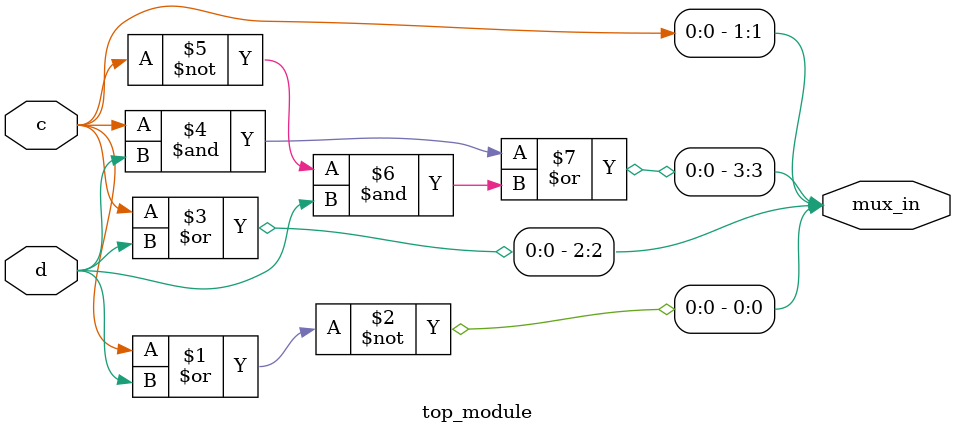
<source format=sv>
module top_module (
    input c,
    input d,
    output [3:0] mux_in
);

    assign mux_in[0] = ~(c | d);
    assign mux_in[1] = c;
    assign mux_in[2] = c | d;
    assign mux_in[3] = (c & d) | (~c & d);

endmodule

</source>
